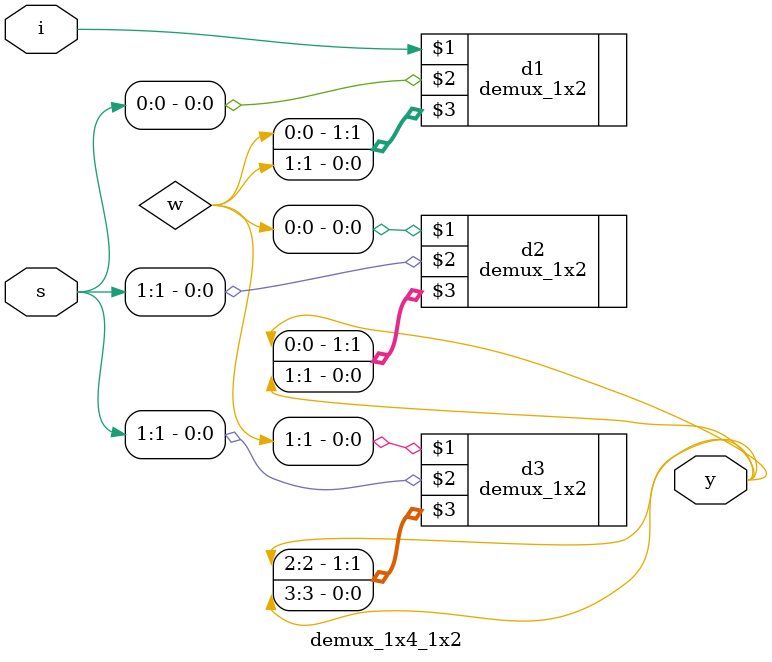
<source format=v>
`timescale 1ns / 1ps


module demux_1x4_1x2(
    input i,
    input [1:0]s,
    output [3:0]y
    );
    wire [1:0]w;
    demux_1x2 d1(i,s[0],{w[0],w[1]});
    demux_1x2 d2(w[0],s[1],{y[0],y[1]});
    demux_1x2 d3(w[1],s[1],{y[2],y[3]});
endmodule

</source>
